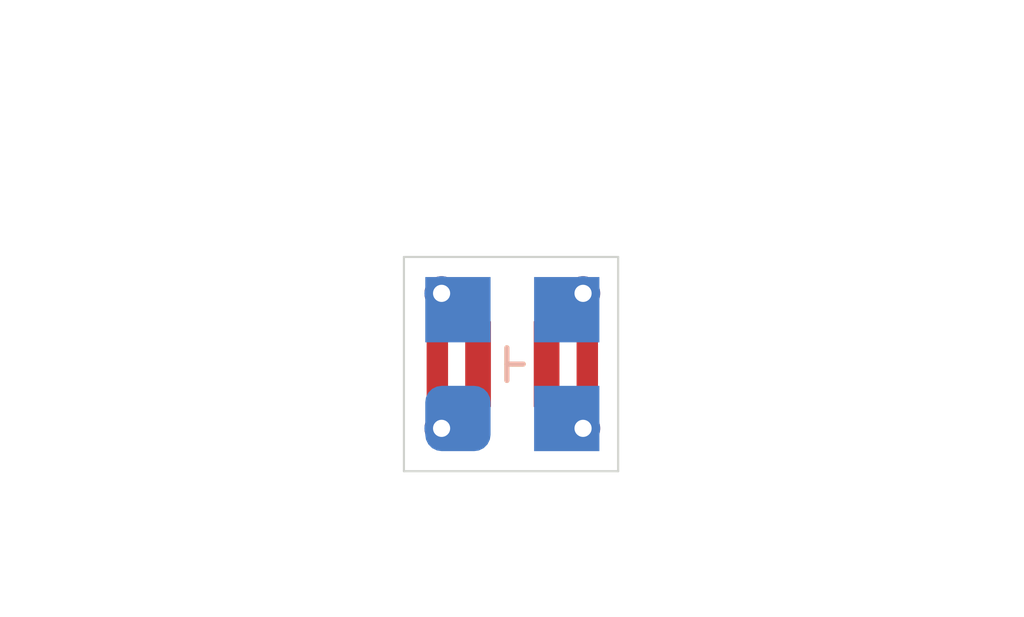
<source format=kicad_pcb>
(kicad_pcb (version 20171130) (host pcbnew "(5.1.10)-1")

  (general
    (thickness 1.2)
    (drawings 12)
    (tracks 22)
    (zones 0)
    (modules 3)
    (nets 5)
  )

  (page A4)
  (layers
    (0 F.Cu signal)
    (31 B.Cu signal)
    (32 B.Adhes user)
    (33 F.Adhes user)
    (34 B.Paste user)
    (35 F.Paste user)
    (36 B.SilkS user)
    (37 F.SilkS user)
    (38 B.Mask user)
    (39 F.Mask user)
    (40 Dwgs.User user)
    (41 Cmts.User user)
    (42 Eco1.User user)
    (43 Eco2.User user)
    (44 Edge.Cuts user)
    (45 Margin user)
    (46 B.CrtYd user)
    (47 F.CrtYd user)
    (48 B.Fab user)
    (49 F.Fab user)
  )

  (setup
    (last_trace_width 0.25)
    (trace_clearance 0.2)
    (zone_clearance 0.508)
    (zone_45_only no)
    (trace_min 0.2)
    (via_size 0.8)
    (via_drill 0.4)
    (via_min_size 0.4)
    (via_min_drill 0.3)
    (uvia_size 0.3)
    (uvia_drill 0.1)
    (uvias_allowed no)
    (uvia_min_size 0.2)
    (uvia_min_drill 0.1)
    (edge_width 0.05)
    (segment_width 0.2)
    (pcb_text_width 0.3)
    (pcb_text_size 1.5 1.5)
    (mod_edge_width 0.12)
    (mod_text_size 1 1)
    (mod_text_width 0.15)
    (pad_size 1.524 1.524)
    (pad_drill 0.762)
    (pad_to_mask_clearance 0)
    (aux_axis_origin 0 0)
    (visible_elements 7FFFFFFF)
    (pcbplotparams
      (layerselection 0x010fc_ffffffff)
      (usegerberextensions false)
      (usegerberattributes true)
      (usegerberadvancedattributes true)
      (creategerberjobfile true)
      (excludeedgelayer true)
      (linewidth 0.100000)
      (plotframeref false)
      (viasonmask false)
      (mode 1)
      (useauxorigin false)
      (hpglpennumber 1)
      (hpglpenspeed 20)
      (hpglpendiameter 15.000000)
      (psnegative false)
      (psa4output false)
      (plotreference true)
      (plotvalue true)
      (plotinvisibletext false)
      (padsonsilk false)
      (subtractmaskfromsilk false)
      (outputformat 1)
      (mirror false)
      (drillshape 1)
      (scaleselection 1)
      (outputdirectory ""))
  )

  (net 0 "")
  (net 1 F1)
  (net 2 F2)
  (net 3 L2)
  (net 4 L1)

  (net_class Default "This is the default net class."
    (clearance 0.2)
    (trace_width 0.25)
    (via_dia 0.8)
    (via_drill 0.4)
    (uvia_dia 0.3)
    (uvia_drill 0.1)
    (add_net F1)
    (add_net F2)
    (add_net L1)
    (add_net L2)
  )

  (module SFH2704:I-075_wires (layer F.Cu) (tedit 628A96B6) (tstamp 628AEFD6)
    (at 139.33 95.418 90)
    (path /628AB1F2)
    (fp_text reference J2 (at 5.08 -1.238 90) (layer F.SilkS) hide
      (effects (font (size 1 1) (thickness 0.15)))
    )
    (fp_text value Conn_01x02 (at 0 -5.048 90) (layer F.Fab)
      (effects (font (size 1 1) (thickness 0.15)))
    )
    (pad 2 smd rect (at 0 1.75 90) (size 2 0.5) (layers F.Cu F.Paste F.Mask)
      (net 3 L2))
    (pad 1 smd roundrect (at 0 -1.75 90) (size 2 0.5) (layers F.Cu F.Paste F.Mask) (roundrect_rratio 0.25)
      (net 4 L1))
  )

  (module SFH2704:I-075 (layer B.Cu) (tedit 628A928E) (tstamp 628AEFD0)
    (at 139.33 95.45)
    (path /628AA131)
    (fp_text reference J1 (at 5.4 3.1) (layer B.SilkS) hide
      (effects (font (size 1 1) (thickness 0.15)) (justify mirror))
    )
    (fp_text value Conn_02x02_Counter_Clockwise (at 0 5.08) (layer B.Fab)
      (effects (font (size 1 1) (thickness 0.15)) (justify mirror))
    )
    (pad 4 smd rect (at 1.27 -1.27) (size 1.524 1.524) (layers B.Cu B.Paste B.Mask)
      (net 3 L2))
    (pad 3 smd rect (at -1.27 -1.27) (size 1.524 1.524) (layers B.Cu B.Paste B.Mask)
      (net 4 L1))
    (pad 2 smd rect (at 1.27 1.27) (size 1.524 1.524) (layers B.Cu B.Paste B.Mask)
      (net 2 F2))
    (pad 1 smd roundrect (at -1.27 1.27) (size 1.524 1.524) (layers B.Cu B.Paste B.Mask) (roundrect_rratio 0.25)
      (net 1 F1))
  )

  (module SFH2704:SFH2704 (layer F.Cu) (tedit 628A8F27) (tstamp 628AEA3F)
    (at 139.33 95.45 90)
    (path /628A8F35)
    (fp_text reference D1 (at 4.826 0.254 90) (layer F.SilkS) hide
      (effects (font (size 0.6 1) (thickness 0.125)))
    )
    (fp_text value D_Photo (at 0 -3.81 90) (layer F.Fab)
      (effects (font (size 1 1) (thickness 0.15)))
    )
    (pad 1 smd rect (at 0 -0.8 90) (size 2 0.6) (layers F.Cu F.Paste F.Mask)
      (net 1 F1))
    (pad 2 smd rect (at 0 0.8 90) (size 2 0.6) (layers F.Cu F.Paste F.Mask)
      (net 2 F2))
  )

  (dimension 5 (width 0.15) (layer Dwgs.User)
    (gr_text "5,000 mm" (at 139.3 87.650001) (layer Dwgs.User)
      (effects (font (size 1 1) (thickness 0.15)))
    )
    (feature1 (pts (xy 136.8 92.95) (xy 136.8 88.36358)))
    (feature2 (pts (xy 141.8 92.95) (xy 141.8 88.36358)))
    (crossbar (pts (xy 141.8 88.950001) (xy 136.8 88.950001)))
    (arrow1a (pts (xy 136.8 88.950001) (xy 137.926504 88.36358)))
    (arrow1b (pts (xy 136.8 88.950001) (xy 137.926504 89.536422)))
    (arrow2a (pts (xy 141.8 88.950001) (xy 140.673496 88.36358)))
    (arrow2b (pts (xy 141.8 88.950001) (xy 140.673496 89.536422)))
  )
  (dimension 5 (width 0.15) (layer Dwgs.User)
    (gr_text "5,000 mm" (at 147.65 95.45 270) (layer Dwgs.User)
      (effects (font (size 1 1) (thickness 0.15)))
    )
    (feature1 (pts (xy 141.8 97.95) (xy 146.936421 97.95)))
    (feature2 (pts (xy 141.8 92.95) (xy 146.936421 92.95)))
    (crossbar (pts (xy 146.35 92.95) (xy 146.35 97.95)))
    (arrow1a (pts (xy 146.35 97.95) (xy 145.763579 96.823496)))
    (arrow1b (pts (xy 146.35 97.95) (xy 146.936421 96.823496)))
    (arrow2a (pts (xy 146.35 92.95) (xy 145.763579 94.076504)))
    (arrow2b (pts (xy 146.35 92.95) (xy 146.936421 94.076504)))
  )
  (gr_line (start 136.8 97.95) (end 136.8 92.95) (layer Edge.Cuts) (width 0.05) (tstamp 628AF1EC))
  (gr_line (start 141.8 97.95) (end 136.8 97.95) (layer Edge.Cuts) (width 0.05))
  (gr_line (start 141.8 92.95) (end 141.8 97.95) (layer Edge.Cuts) (width 0.05))
  (gr_line (start 141.8 92.95) (end 136.8 92.95) (layer Edge.Cuts) (width 0.05))
  (gr_line (start 139.203 95.45) (end 139.584 95.45) (layer B.SilkS) (width 0.12))
  (gr_line (start 139.203 95.069) (end 139.203 95.831) (layer B.SilkS) (width 0.12))
  (gr_line (start 139.203 95.069) (end 139.203 95.831) (layer F.SilkS) (width 0.12))
  (gr_line (start 139.203 95.45) (end 139.33 95.45) (layer F.SilkS) (width 0.12) (tstamp 628AF12C))
  (gr_line (start 139.584 95.45) (end 139.33 95.45) (layer F.SilkS) (width 0.12) (tstamp 628AF12B))
  (gr_line (start 139.33 95.45) (end 139.584 95.45) (layer F.SilkS) (width 0.12))

  (via blind (at 137.679 96.95) (size 0.8) (drill 0.4) (layers F.Cu B.Cu) (net 1))
  (segment (start 137.83 96.95) (end 138.06 96.72) (width 0.25) (layer B.Cu) (net 1))
  (segment (start 137.679 96.95) (end 137.83 96.95) (width 0.25) (layer B.Cu) (net 1))
  (segment (start 138.53 96.664685) (end 138.53 95.45) (width 0.25) (layer F.Cu) (net 1))
  (segment (start 138.244685 96.95) (end 138.53 96.664685) (width 0.25) (layer F.Cu) (net 1))
  (segment (start 137.679 96.95) (end 138.244685 96.95) (width 0.25) (layer F.Cu) (net 1))
  (via blind (at 140.981 96.95) (size 0.8) (drill 0.4) (layers F.Cu B.Cu) (net 2))
  (segment (start 140.83 96.95) (end 140.6 96.72) (width 0.25) (layer B.Cu) (net 2))
  (segment (start 140.981 96.95) (end 140.83 96.95) (width 0.25) (layer B.Cu) (net 2))
  (segment (start 140.13 96.664685) (end 140.13 95.45) (width 0.25) (layer F.Cu) (net 2))
  (segment (start 140.415315 96.95) (end 140.13 96.664685) (width 0.25) (layer F.Cu) (net 2))
  (segment (start 140.981 96.95) (end 140.415315 96.95) (width 0.25) (layer F.Cu) (net 2))
  (via blind (at 140.981 93.799) (size 0.8) (drill 0.4) (layers F.Cu B.Cu) (net 3))
  (segment (start 141.15 93.7) (end 141.08 93.7) (width 0.25) (layer B.Cu) (net 3))
  (segment (start 141.08 93.898) (end 140.981 93.799) (width 0.25) (layer F.Cu) (net 3))
  (segment (start 141.08 95.418) (end 141.08 93.898) (width 0.25) (layer F.Cu) (net 3))
  (segment (start 140.6 94.18) (end 140.981 93.799) (width 0.25) (layer B.Cu) (net 3))
  (segment (start 138.06 94.18) (end 138.06 94.11) (width 0.25) (layer B.Cu) (net 4))
  (segment (start 137.58 93.898) (end 137.679 93.799) (width 0.25) (layer F.Cu) (net 4))
  (segment (start 137.58 95.418) (end 137.58 93.898) (width 0.25) (layer F.Cu) (net 4))
  (segment (start 138.06 94.18) (end 137.679 93.799) (width 0.25) (layer B.Cu) (net 4))
  (via blind (at 137.679 93.799) (size 0.8) (drill 0.4) (layers F.Cu B.Cu) (net 4))

)

</source>
